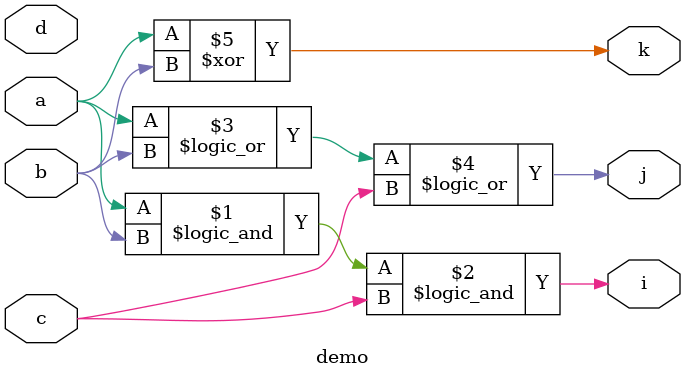
<source format=v>


//endmodule 
module demo (
	input a,
	input b,
	input c, 
	input d,
	output i,
	output j, 
	output k

);

assign i = a && b && c;

assign j = a || b || c; 

assign k = a ^ b; 

endmodule 

</source>
